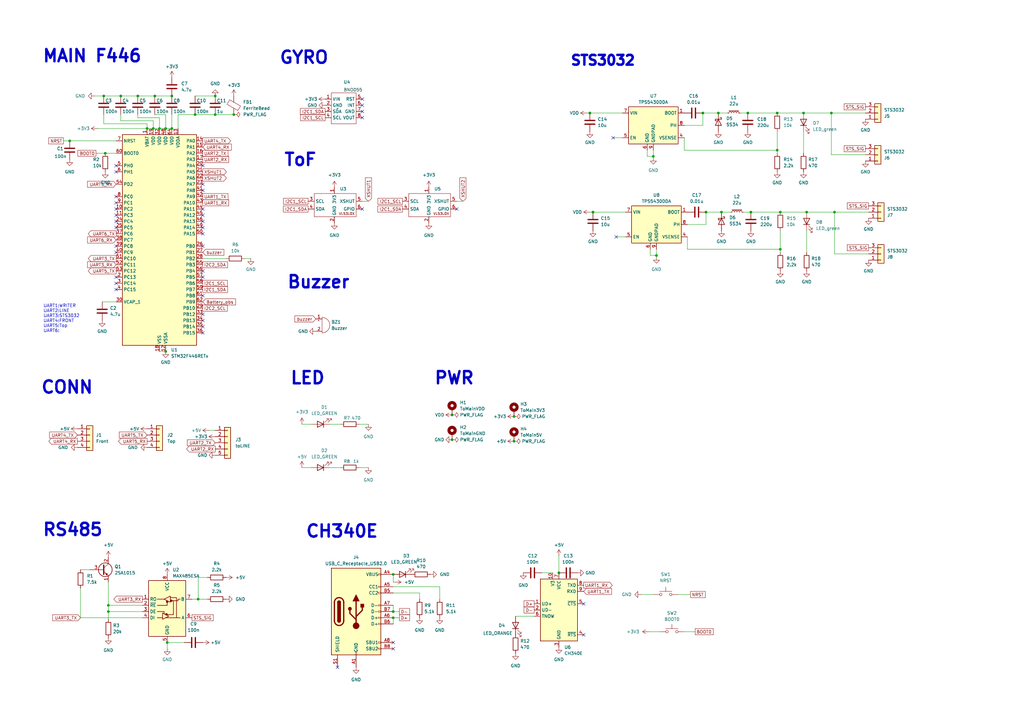
<source format=kicad_sch>
(kicad_sch (version 20230121) (generator eeschema)
  (paper "A3")
  (lib_symbols
    (symbol "BNO055:AE-BNO055-BO"
      (property "Reference" "U" (at -2.54 10.16 0))
      (symbol "AE-BNO055-BO_1_1"
        (text "BNO055" (at 3.81 8.89 0) (effects (font (size 1.27 1.27))))
        (pin passive line (at -7.62 5.08 0) (length 2.54) (name "VIN") (number "1"))
        (pin passive line (at -7.62 2.54 0) (length 2.54) (name "GND") (number "2"))
        (pin passive line (at -7.62 0 0) (length 2.54) (name "SDA") (number "3"))
        (pin passive line (at -7.62 -2.54 0) (length 2.54) (name "SCL") (number "4"))
        (pin passive line (at 7.62 5.08 180) (length 2.54) (name "RST") (number "5"))
        (pin passive line (at 7.62 2.54 180) (length 2.54) (name "INT") (number "6"))
        (pin passive line (at 7.62 0 180) (length 2.54) (name "GND") (number "7"))
        (pin passive line (at 7.62 -2.54 180) (length 2.54) (name "VOUT") (number "8"))
      )
    )
    (symbol "Connector:USB_C_Receptacle_USB2.0" (pin_names (offset 1.016))
      (property "Reference" "J" (at -10.16 19.05 0))
      (property "Value" "USB_C_Receptacle_USB2.0" (at 19.05 19.05 0))
      (symbol "USB_C_Receptacle_USB2.0_1_1"
        (pin passive line (at 0 -22.86 90) (length 5.08) (name "GND") (number "A1"))
        (pin passive line (at 0 -22.86 90) (length 5.08) hide (name "GND") (number "A12"))
        (pin passive line (at 15.24 15.24 180) (length 5.08) (name "VBUS") (number "A4"))
        (pin bidirectional line (at 15.24 10.16 180) (length 5.08) (name "CC1") (number "A5"))
        (pin bidirectional line (at 15.24 -2.54 180) (length 5.08) (name "D+") (number "A6"))
        (pin bidirectional line (at 15.24 2.54 180) (length 5.08) (name "D-") (number "A7"))
        (pin bidirectional line (at 15.24 -12.7 180) (length 5.08) (name "SBU1") (number "A8"))
        (pin passive line (at 15.24 15.24 180) (length 5.08) hide (name "VBUS") (number "A9"))
        (pin passive line (at 0 -22.86 90) (length 5.08) hide (name "GND") (number "B1"))
        (pin passive line (at 0 -22.86 90) (length 5.08) hide (name "GND") (number "B12"))
        (pin passive line (at 15.24 15.24 180) (length 5.08) hide (name "VBUS") (number "B4"))
        (pin bidirectional line (at 15.24 7.62 180) (length 5.08) (name "CC2") (number "B5"))
        (pin bidirectional line (at 15.24 -5.08 180) (length 5.08) (name "D+") (number "B6"))
        (pin bidirectional line (at 15.24 0 180) (length 5.08) (name "D-") (number "B7"))
        (pin bidirectional line (at 15.24 -15.24 180) (length 5.08) (name "SBU2") (number "B8"))
        (pin passive line (at 15.24 15.24 180) (length 5.08) hide (name "VBUS") (number "B9"))
        (pin passive line (at -7.62 -22.86 90) (length 5.08) (name "SHIELD") (number "S1"))
      )
    )
    (symbol "Connector_Generic:Conn_01x03" (pin_names (offset 1.016) hide)
      (property "Reference" "J" (at 0 5.08 0))
      (property "Value" "Conn_01x03" (at 0 -5.08 0))
      (symbol "Conn_01x03_1_1"
        (pin passive line (at -5.08 2.54 0) (length 3.81) (name "Pin_1") (number "1"))
        (pin passive line (at -5.08 0 0) (length 3.81) (name "Pin_2") (number "2"))
        (pin passive line (at -5.08 -2.54 0) (length 3.81) (name "Pin_3") (number "3"))
      )
    )
    (symbol "Connector_Generic:Conn_01x04" (pin_names (offset 1.016) hide)
      (property "Reference" "J" (at 0 5.08 0))
      (property "Value" "Conn_01x04" (at 0 -7.62 0))
      (symbol "Conn_01x04_1_1"
        (pin passive line (at -5.08 2.54 0) (length 3.81) (name "Pin_1") (number "1"))
        (pin passive line (at -5.08 0 0) (length 3.81) (name "Pin_2") (number "2"))
        (pin passive line (at -5.08 -2.54 0) (length 3.81) (name "Pin_3") (number "3"))
        (pin passive line (at -5.08 -5.08 0) (length 3.81) (name "Pin_4") (number "4"))
      )
    )
    (symbol "Connector_Generic:Conn_01x05" (pin_names (offset 1.016) hide)
      (property "Reference" "J" (at 0 7.62 0))
      (property "Value" "Conn_01x05" (at 0 -7.62 0))
      (symbol "Conn_01x05_1_1"
        (pin passive line (at -5.08 5.08 0) (length 3.81) (name "Pin_1") (number "1"))
        (pin passive line (at -5.08 2.54 0) (length 3.81) (name "Pin_2") (number "2"))
        (pin passive line (at -5.08 0 0) (length 3.81) (name "Pin_3") (number "3"))
        (pin passive line (at -5.08 -2.54 0) (length 3.81) (name "Pin_4") (number "4"))
        (pin passive line (at -5.08 -5.08 0) (length 3.81) (name "Pin_5") (number "5"))
      )
    )
    (symbol "Device:Buzzer" (pin_names (offset 0.0254) hide)
      (property "Reference" "BZ" (at 3.81 1.27 0))
      (property "Value" "Buzzer" (at 3.81 -1.27 0))
      (symbol "Buzzer_1_1"
        (pin passive line (at -2.54 2.54 0) (length 2.54) (name "-") (number "1"))
        (pin passive line (at -2.54 -2.54 0) (length 2.54) (name "+") (number "2"))
      )
    )
    (symbol "Device:C" (pin_numbers hide) (pin_names (offset 0.254))
      (property "Reference" "C" (at 0.635 2.54 0))
      (property "Value" "C" (at 0.635 -2.54 0))
      (symbol "C_1_1"
        (pin passive line (at 0 3.81 270) (length 2.794) (name "~") (number "1"))
        (pin passive line (at 0 -3.81 90) (length 2.794) (name "~") (number "2"))
      )
    )
    (symbol "Device:FerriteBead" (pin_numbers hide) (pin_names (offset 0))
      (property "Reference" "FB" (at -3.81 0.635 90))
      (property "Value" "FerriteBead" (at 3.81 0 90))
      (symbol "FerriteBead_1_1"
        (pin passive line (at 0 3.81 270) (length 2.54) (name "~") (number "1"))
        (pin passive line (at 0 -3.81 90) (length 2.54) (name "~") (number "2"))
      )
    )
    (symbol "Device:LED" (pin_numbers hide) (pin_names (offset 1.016) hide)
      (property "Reference" "D" (at 0 2.54 0))
      (property "Value" "LED" (at 0 -2.54 0))
      (symbol "LED_1_1"
        (pin passive line (at -3.81 0 0) (length 2.54) (name "K") (number "1"))
        (pin passive line (at 3.81 0 180) (length 2.54) (name "A") (number "2"))
      )
    )
    (symbol "Device:L_Iron_Small" (pin_numbers hide) (pin_names (offset 0.254) hide)
      (property "Reference" "L" (at 1.27 1.016 0))
      (property "Value" "L_Iron_Small" (at 1.27 -1.27 0))
      (symbol "L_Iron_Small_1_1"
        (pin passive line (at 0 2.54 270) (length 0.508) (name "~") (number "1"))
        (pin passive line (at 0 -2.54 90) (length 0.508) (name "~") (number "2"))
      )
    )
    (symbol "Device:R" (pin_numbers hide) (pin_names (offset 0))
      (property "Reference" "R" (at 2.032 0 90))
      (property "Value" "R" (at 0 0 90))
      (symbol "R_1_1"
        (pin passive line (at 0 3.81 270) (length 1.27) (name "~") (number "1"))
        (pin passive line (at 0 -3.81 90) (length 1.27) (name "~") (number "2"))
      )
    )
    (symbol "Diode:B340" (pin_numbers hide) (pin_names (offset 1.016) hide)
      (property "Reference" "D" (at 0 2.54 0))
      (property "Value" "B340" (at 0 -2.54 0))
      (symbol "B340_1_1"
        (pin passive line (at -3.81 0 0) (length 2.54) (name "K") (number "1"))
        (pin passive line (at 3.81 0 180) (length 2.54) (name "A") (number "2"))
      )
    )
    (symbol "Interface_UART:MAX485E"
      (property "Reference" "U" (at -6.096 11.43 0))
      (property "Value" "MAX485E" (at 0.762 11.43 0))
      (symbol "MAX485E_1_1"
        (pin output line (at -10.16 2.54 0) (length 2.54) (name "RO") (number "1"))
        (pin input line (at -10.16 0 0) (length 2.54) (name "~{RE}") (number "2"))
        (pin input line (at -10.16 -2.54 0) (length 2.54) (name "DE") (number "3"))
        (pin input line (at -10.16 -5.08 0) (length 2.54) (name "DI") (number "4"))
        (pin power_in line (at 0 -15.24 90) (length 2.54) (name "GND") (number "5"))
        (pin bidirectional line (at 10.16 -5.08 180) (length 2.54) (name "A") (number "6"))
        (pin bidirectional line (at 10.16 2.54 180) (length 2.54) (name "B") (number "7"))
        (pin power_in line (at 0 12.7 270) (length 2.54) (name "VCC") (number "8"))
      )
    )
    (symbol "Interface_USB:CH340E"
      (property "Reference" "U" (at -5.08 13.97 0))
      (property "Value" "CH340E" (at 1.27 13.97 0))
      (symbol "CH340E_1_1"
        (pin bidirectional line (at -10.16 2.54 0) (length 2.54) (name "UD+") (number "1"))
        (pin passive line (at -2.54 15.24 270) (length 2.54) (name "V3") (number "10"))
        (pin bidirectional line (at -10.16 0 0) (length 2.54) (name "UD-") (number "2"))
        (pin power_in line (at 0 -15.24 90) (length 2.54) (name "GND") (number "3"))
        (pin output line (at 10.16 -10.16 180) (length 2.54) (name "~{RTS}") (number "4"))
        (pin input line (at 10.16 2.54 180) (length 2.54) (name "~{CTS}") (number "5"))
        (pin output line (at -10.16 -2.54 0) (length 2.54) (name "TNOW") (number "6"))
        (pin power_in line (at 0 15.24 270) (length 2.54) (name "VCC") (number "7"))
        (pin output line (at 10.16 10.16 180) (length 2.54) (name "TXD") (number "8"))
        (pin input line (at 10.16 7.62 180) (length 2.54) (name "RXD") (number "9"))
      )
    )
    (symbol "MCU_ST_STM32F4:STM32F446RETx"
      (property "Reference" "U" (at -15.24 44.45 0))
      (property "Value" "STM32F446RETx" (at 10.16 44.45 0))
      (symbol "STM32F446RETx_1_1"
        (pin power_in line (at -5.08 45.72 270) (length 2.54) (name "VBAT") (number "1"))
        (pin bidirectional line (at -17.78 12.7 0) (length 2.54) (name "PC2") (number "10"))
        (pin bidirectional line (at -17.78 10.16 0) (length 2.54) (name "PC3") (number "11"))
        (pin power_in line (at 2.54 -45.72 90) (length 2.54) (name "VSSA") (number "12"))
        (pin power_in line (at 7.62 45.72 270) (length 2.54) (name "VDDA") (number "13"))
        (pin bidirectional line (at 17.78 40.64 180) (length 2.54) (name "PA0") (number "14"))
        (pin bidirectional line (at 17.78 38.1 180) (length 2.54) (name "PA1") (number "15"))
        (pin bidirectional line (at 17.78 35.56 180) (length 2.54) (name "PA2") (number "16"))
        (pin bidirectional line (at 17.78 33.02 180) (length 2.54) (name "PA3") (number "17"))
        (pin power_in line (at 0 -45.72 90) (length 2.54) (name "VSS") (number "18"))
        (pin power_in line (at -2.54 45.72 270) (length 2.54) (name "VDD") (number "19"))
        (pin bidirectional line (at -17.78 -15.24 0) (length 2.54) (name "PC13") (number "2"))
        (pin bidirectional line (at 17.78 30.48 180) (length 2.54) (name "PA4") (number "20"))
        (pin bidirectional line (at 17.78 27.94 180) (length 2.54) (name "PA5") (number "21"))
        (pin bidirectional line (at 17.78 25.4 180) (length 2.54) (name "PA6") (number "22"))
        (pin bidirectional line (at 17.78 22.86 180) (length 2.54) (name "PA7") (number "23"))
        (pin bidirectional line (at -17.78 7.62 0) (length 2.54) (name "PC4") (number "24"))
        (pin bidirectional line (at -17.78 5.08 0) (length 2.54) (name "PC5") (number "25"))
        (pin bidirectional line (at 17.78 -2.54 180) (length 2.54) (name "PB0") (number "26"))
        (pin bidirectional line (at 17.78 -5.08 180) (length 2.54) (name "PB1") (number "27"))
        (pin bidirectional line (at 17.78 -7.62 180) (length 2.54) (name "PB2") (number "28"))
        (pin bidirectional line (at 17.78 -27.94 180) (length 2.54) (name "PB10") (number "29"))
        (pin bidirectional line (at -17.78 -17.78 0) (length 2.54) (name "PC14") (number "3"))
        (pin power_out line (at -17.78 -25.4 0) (length 2.54) (name "VCAP_1") (number "30"))
        (pin passive line (at 0 -45.72 90) (length 2.54) hide (name "VSS") (number "31"))
        (pin power_in line (at 0 45.72 270) (length 2.54) (name "VDD") (number "32"))
        (pin bidirectional line (at 17.78 -30.48 180) (length 2.54) (name "PB12") (number "33"))
        (pin bidirectional line (at 17.78 -33.02 180) (length 2.54) (name "PB13") (number "34"))
        (pin bidirectional line (at 17.78 -35.56 180) (length 2.54) (name "PB14") (number "35"))
        (pin bidirectional line (at 17.78 -38.1 180) (length 2.54) (name "PB15") (number "36"))
        (pin bidirectional line (at -17.78 2.54 0) (length 2.54) (name "PC6") (number "37"))
        (pin bidirectional line (at -17.78 0 0) (length 2.54) (name "PC7") (number "38"))
        (pin bidirectional line (at -17.78 -2.54 0) (length 2.54) (name "PC8") (number "39"))
        (pin bidirectional line (at -17.78 -20.32 0) (length 2.54) (name "PC15") (number "4"))
        (pin bidirectional line (at -17.78 -5.08 0) (length 2.54) (name "PC9") (number "40"))
        (pin bidirectional line (at 17.78 20.32 180) (length 2.54) (name "PA8") (number "41"))
        (pin bidirectional line (at 17.78 17.78 180) (length 2.54) (name "PA9") (number "42"))
        (pin bidirectional line (at 17.78 15.24 180) (length 2.54) (name "PA10") (number "43"))
        (pin bidirectional line (at 17.78 12.7 180) (length 2.54) (name "PA11") (number "44"))
        (pin bidirectional line (at 17.78 10.16 180) (length 2.54) (name "PA12") (number "45"))
        (pin bidirectional line (at 17.78 7.62 180) (length 2.54) (name "PA13") (number "46"))
        (pin passive line (at 0 -45.72 90) (length 2.54) hide (name "VSS") (number "47"))
        (pin power_in line (at 2.54 45.72 270) (length 2.54) (name "VDD") (number "48"))
        (pin bidirectional line (at 17.78 5.08 180) (length 2.54) (name "PA14") (number "49"))
        (pin bidirectional line (at -17.78 30.48 0) (length 2.54) (name "PH0") (number "5"))
        (pin bidirectional line (at 17.78 2.54 180) (length 2.54) (name "PA15") (number "50"))
        (pin bidirectional line (at -17.78 -7.62 0) (length 2.54) (name "PC10") (number "51"))
        (pin bidirectional line (at -17.78 -10.16 0) (length 2.54) (name "PC11") (number "52"))
        (pin bidirectional line (at -17.78 -12.7 0) (length 2.54) (name "PC12") (number "53"))
        (pin bidirectional line (at -17.78 22.86 0) (length 2.54) (name "PD2") (number "54"))
        (pin bidirectional line (at 17.78 -10.16 180) (length 2.54) (name "PB3") (number "55"))
        (pin bidirectional line (at 17.78 -12.7 180) (length 2.54) (name "PB4") (number "56"))
        (pin bidirectional line (at 17.78 -15.24 180) (length 2.54) (name "PB5") (number "57"))
        (pin bidirectional line (at 17.78 -17.78 180) (length 2.54) (name "PB6") (number "58"))
        (pin bidirectional line (at 17.78 -20.32 180) (length 2.54) (name "PB7") (number "59"))
        (pin bidirectional line (at -17.78 27.94 0) (length 2.54) (name "PH1") (number "6"))
        (pin input line (at -17.78 35.56 0) (length 2.54) (name "BOOT0") (number "60"))
        (pin bidirectional line (at 17.78 -22.86 180) (length 2.54) (name "PB8") (number "61"))
        (pin bidirectional line (at 17.78 -25.4 180) (length 2.54) (name "PB9") (number "62"))
        (pin passive line (at 0 -45.72 90) (length 2.54) hide (name "VSS") (number "63"))
        (pin power_in line (at 5.08 45.72 270) (length 2.54) (name "VDD") (number "64"))
        (pin input line (at -17.78 40.64 0) (length 2.54) (name "NRST") (number "7"))
        (pin bidirectional line (at -17.78 17.78 0) (length 2.54) (name "PC0") (number "8"))
        (pin bidirectional line (at -17.78 15.24 0) (length 2.54) (name "PC1") (number "9"))
      )
    )
    (symbol "Mechanical:MountingHole_Pad" (pin_numbers hide) (pin_names (offset 1.016) hide)
      (property "Reference" "H" (at 0 6.35 0))
      (property "Value" "MountingHole_Pad" (at 0 4.445 0))
      (symbol "MountingHole_Pad_1_1"
        (pin input line (at 0 -2.54 90) (length 2.54) (name "1") (number "1"))
      )
    )
    (symbol "Regulator_Switching:TPS5430DDA"
      (property "Reference" "U" (at -10.16 8.89 0))
      (property "Value" "TPS5430DDA" (at -1.27 8.89 0))
      (symbol "TPS5430DDA_1_1"
        (pin input line (at 12.7 5.08 180) (length 2.54) (name "BOOT") (number "1"))
        (pin no_connect line (at -10.16 2.54 0) (length 2.54) hide (name "NC") (number "2"))
        (pin no_connect line (at -10.16 -2.54 0) (length 2.54) hide (name "NC") (number "3"))
        (pin input line (at 12.7 -5.08 180) (length 2.54) (name "VSENSE") (number "4"))
        (pin input line (at -12.7 -5.08 0) (length 2.54) (name "EN") (number "5"))
        (pin power_in line (at -2.54 -10.16 90) (length 2.54) (name "GND") (number "6"))
        (pin power_in line (at -12.7 5.08 0) (length 2.54) (name "VIN") (number "7"))
        (pin output line (at 12.7 0 180) (length 2.54) (name "PH") (number "8"))
        (pin power_in line (at 0 -10.16 90) (length 2.54) (name "GNDPAD") (number "9"))
      )
    )
    (symbol "Switch:SW_Push" (pin_numbers hide) (pin_names (offset 1.016) hide)
      (property "Reference" "SW" (at 1.27 2.54 0))
      (property "Value" "SW_Push" (at 0 -1.524 0))
      (symbol "SW_Push_0_1"
        (pin passive line (at -5.08 0 0) (length 2.54) (name "1") (number "1"))
        (pin passive line (at 5.08 0 180) (length 2.54) (name "2") (number "2"))
      )
    )
    (symbol "Transistor_BJT:2SA1015" (pin_names (offset 0) hide)
      (property "Reference" "Q" (at 5.08 1.905 0))
      (property "Value" "2SA1015" (at 5.08 0 0))
      (symbol "2SA1015_1_1"
        (pin passive line (at 2.54 -5.08 90) (length 2.54) (name "E") (number "1"))
        (pin passive line (at 2.54 5.08 270) (length 2.54) (name "C") (number "2"))
        (pin input line (at -5.08 0 0) (length 5.08) (name "B") (number "3"))
      )
    )
    (symbol "power:+3V3" (power) (pin_names (offset 0))
      (property "Value" "+3V3" (at 0 3.556 0))
      (symbol "+3V3_1_1"
        (pin power_in line (at 0 0 90) (length 0) hide (name "+3V3") (number "1"))
      )
    )
    (symbol "power:+5V" (power) (pin_names (offset 0))
      (property "Value" "+5V" (at 0 3.556 0))
      (symbol "+5V_1_1"
        (pin power_in line (at 0 0 90) (length 0) hide (name "+5V") (number "1"))
      )
    )
    (symbol "power:GND" (power) (pin_names (offset 0))
      (property "Value" "GND" (at 0 -3.81 0))
      (symbol "GND_1_1"
        (pin power_in line (at 0 0 270) (length 0) hide (name "GND") (number "1"))
      )
    )
    (symbol "power:PWR_FLAG" (power) (pin_numbers hide) (pin_names (offset 0) hide)
      (property "Value" "PWR_FLAG" (at 0 3.81 0))
      (symbol "PWR_FLAG_0_0"
        (pin power_out line (at 0 0 90) (length 0) (name "pwr") (number "1"))
      )
    )
    (symbol "power:VDD" (power) (pin_names (offset 0))
      (property "Value" "VDD" (at 0 3.81 0))
      (symbol "VDD_1_1"
        (pin power_in line (at 0 0 90) (length 0) hide (name "VDD") (number "1"))
      )
    )
    (symbol "tuton_module:vl53l0x_module"
      (property "Reference" "U" (at 4.445 10.795 0))
      (symbol "vl53l0x_module_1_1"
        (text "VL53L0X" (at 5.08 1.27 0) (effects (font (size 1.016 1.016))))
        (pin power_in line (at 0 12.065 270) (length 2.54) (name "3V3") (number "1"))
        (pin power_in line (at 0 -2.54 90) (length 2.54) (name "GND") (number "2"))
        (pin passive line (at -10.795 6.35 0) (length 2.54) (name "SCL") (number "3"))
        (pin passive line (at -10.795 3.175 0) (length 2.54) (name "SDA") (number "4"))
        (pin passive line (at 11.43 6.35 180) (length 2.54) (name "XSHUT") (number "5"))
        (pin passive line (at 11.43 3.175 180) (length 2.54) (name "GPIO") (number "6"))
      )
    )
  )
  (junction (at 42.545 39.37))
  (junction (at 60.325 52.705))
  (junction (at 288.29 46.355))
  (junction (at 289.56 86.995))
  (junction (at 161.29 253.365))
  (junction (at 67.945 52.705))
  (junction (at 295.91 86.995))
  (junction (at 329.565 46.355))
  (junction (at 49.53 39.37))
  (junction (at 330.835 86.995))
  (junction (at 307.975 86.995))
  (junction (at 340.995 46.355))
  (junction (at 65.405 52.705))
  (junction (at 229.235 234.95))
  (junction (at 161.29 235.585))
  (junction (at 210.82 170.815))
  (junction (at 56.515 39.37))
  (junction (at 320.04 102.235))
  (junction (at 44.45 248.285))
  (junction (at 68.58 263.525))
  (junction (at 43.18 62.865))
  (junction (at 269.24 104.775))
  (junction (at 294.64 46.355))
  (junction (at 95.885 46.99))
  (junction (at 241.935 46.355))
  (junction (at 70.485 52.705))
  (junction (at 185.42 170.18))
  (junction (at 318.77 61.595))
  (junction (at 161.29 250.825))
  (junction (at 62.865 52.705))
  (junction (at 63.5 39.37))
  (junction (at 306.705 46.355))
  (junction (at 88.265 46.99))
  (junction (at 320.04 86.995))
  (junction (at 210.82 180.975))
  (junction (at 80.01 46.99))
  (junction (at 243.205 86.995))
  (junction (at 342.265 86.995))
  (junction (at 67.945 144.145))
  (junction (at 267.97 64.135))
  (junction (at 70.485 39.37))
  (junction (at 28.575 57.785))
  (junction (at 88.265 39.37))
  (junction (at 81.28 245.745))
  (junction (at 44.45 250.825))
  (junction (at 185.42 180.34))
  (junction (at 318.77 46.355))
  (no_connect (at 161.29 266.065))
  (no_connect (at 47.625 83.185))
  (no_connect (at 83.185 90.805))
  (no_connect (at 83.185 133.985))
  (no_connect (at 47.625 90.805))
  (no_connect (at 148.59 43.18))
  (no_connect (at 161.29 263.525))
  (no_connect (at 148.59 40.64))
  (no_connect (at 47.625 80.645))
  (no_connect (at 148.59 45.72))
  (no_connect (at 83.185 67.945))
  (no_connect (at 83.185 131.445))
  (no_connect (at 47.625 88.265))
  (no_connect (at 83.185 88.265))
  (no_connect (at 83.185 100.965))
  (no_connect (at 187.325 85.725))
  (no_connect (at 83.185 121.285))
  (no_connect (at 83.185 85.725))
  (no_connect (at 239.395 247.65))
  (no_connect (at 47.625 85.725))
  (no_connect (at 47.625 118.745))
  (no_connect (at 138.43 273.685))
  (no_connect (at 83.185 93.345))
  (no_connect (at 47.625 113.665))
  (no_connect (at 83.185 111.125))
  (no_connect (at 148.59 48.26))
  (no_connect (at 83.185 75.565))
  (no_connect (at 252.73 97.155))
  (no_connect (at 83.185 113.665))
  (no_connect (at 47.625 93.345))
  (no_connect (at 83.185 95.885))
  (no_connect (at 251.46 56.515))
  (no_connect (at 83.185 128.905))
  (no_connect (at 47.625 100.965))
  (no_connect (at 148.59 85.725))
  (no_connect (at 239.395 260.35))
  (no_connect (at 47.625 70.485))
  (no_connect (at 47.625 67.945))
  (no_connect (at 83.185 78.105))
  (no_connect (at 83.185 136.525))
  (no_connect (at 47.625 103.505))
  (no_connect (at 47.625 116.205))
  (wire (pts (xy 280.67 51.435) (xy 288.29 51.435)))
  (wire (pts (xy 252.73 97.155) (xy 256.54 97.155)))
  (wire (pts (xy 303.53 46.355) (xy 306.705 46.355)))
  (wire (pts (xy 161.29 243.205) (xy 172.085 243.205)))
  (wire (pts (xy 320.04 94.615) (xy 320.04 102.235)))
  (wire (pts (xy 100.33 106.045) (xy 102.87 106.045)))
  (wire (pts (xy 68.58 266.065) (xy 68.58 263.525)))
  (wire (pts (xy 85.725 176.53) (xy 88.265 176.53)))
  (wire (pts (xy 161.29 250.825) (xy 163.83 250.825)))
  (wire (pts (xy 85.09 236.855) (xy 81.28 236.855)))
  (wire (pts (xy 38.735 39.37) (xy 42.545 39.37)))
  (wire (pts (xy 73.025 46.99) (xy 80.01 46.99)))
  (wire (pts (xy 33.02 253.365) (xy 33.02 241.3)))
  (wire (pts (xy 251.46 56.515) (xy 255.27 56.515)))
  (wire (pts (xy 161.29 248.285) (xy 161.29 250.825)))
  (wire (pts (xy 304.8 86.995) (xy 307.975 86.995)))
  (wire (pts (xy 240.665 46.355) (xy 241.935 46.355)))
  (wire (pts (xy 56.515 46.99) (xy 56.515 48.26)))
  (wire (pts (xy 139.7 191.77) (xy 135.255 191.77)))
  (wire (pts (xy 222.25 234.95) (xy 226.695 234.95)))
  (wire (pts (xy 281.94 102.235) (xy 320.04 102.235)))
  (wire (pts (xy 127.635 173.99) (xy 123.825 173.99)))
  (wire (pts (xy 44.45 248.285) (xy 58.42 248.285)))
  (wire (pts (xy 288.29 46.355) (xy 294.64 46.355)))
  (wire (pts (xy 307.975 86.995) (xy 320.04 86.995)))
  (wire (pts (xy 340.995 46.355) (xy 354.965 46.355)))
  (wire (pts (xy 289.56 92.075) (xy 289.56 86.995)))
  (wire (pts (xy 342.265 86.995) (xy 356.235 86.995)))
  (wire (pts (xy 63.5 39.37) (xy 70.485 39.37)))
  (wire (pts (xy 269.24 104.775) (xy 269.24 105.41)))
  (wire (pts (xy 139.7 173.99) (xy 135.255 173.99)))
  (wire (pts (xy 42.545 50.8) (xy 60.325 50.8)))
  (wire (pts (xy 161.29 253.365) (xy 163.83 253.365)))
  (wire (pts (xy 211.455 252.73) (xy 219.075 252.73)))
  (wire (pts (xy 266.7 102.235) (xy 266.7 104.775)))
  (wire (pts (xy 42.545 39.37) (xy 49.53 39.37)))
  (wire (pts (xy 172.085 243.205) (xy 172.085 245.745)))
  (wire (pts (xy 83.185 106.045) (xy 92.71 106.045)))
  (wire (pts (xy 265.43 64.135) (xy 267.97 64.135)))
  (wire (pts (xy 41.91 123.825) (xy 47.625 123.825)))
  (wire (pts (xy 80.01 39.37) (xy 88.265 39.37)))
  (wire (pts (xy 42.545 46.99) (xy 42.545 50.8)))
  (wire (pts (xy 67.945 46.99) (xy 67.945 52.705)))
  (wire (pts (xy 340.995 46.355) (xy 340.995 63.5)))
  (wire (pts (xy 40.005 52.705) (xy 60.325 52.705)))
  (wire (pts (xy 81.28 236.855) (xy 81.28 245.745)))
  (wire (pts (xy 330.835 86.995) (xy 342.265 86.995)))
  (wire (pts (xy 281.94 92.075) (xy 289.56 92.075)))
  (wire (pts (xy 49.53 46.99) (xy 49.53 49.53)))
  (wire (pts (xy 329.565 46.355) (xy 340.995 46.355)))
  (wire (pts (xy 151.13 82.55) (xy 148.59 82.55)))
  (wire (pts (xy 229.235 227.965) (xy 229.235 234.95)))
  (wire (pts (xy 161.925 238.76) (xy 161.29 238.76)))
  (wire (pts (xy 318.77 61.595) (xy 318.77 62.865)))
  (wire (pts (xy 39.37 62.865) (xy 43.18 62.865)))
  (wire (pts (xy 280.67 61.595) (xy 318.77 61.595)))
  (wire (pts (xy 44.45 250.825) (xy 58.42 250.825)))
  (wire (pts (xy 241.935 86.995) (xy 243.205 86.995)))
  (wire (pts (xy 78.74 245.745) (xy 81.28 245.745)))
  (wire (pts (xy 266.065 259.08) (xy 270.51 259.08)))
  (wire (pts (xy 289.56 86.995) (xy 295.91 86.995)))
  (wire (pts (xy 306.705 46.355) (xy 318.77 46.355)))
  (wire (pts (xy 161.29 253.365) (xy 161.29 255.905)))
  (wire (pts (xy 262.89 243.84) (xy 267.97 243.84)))
  (wire (pts (xy 265.43 61.595) (xy 265.43 64.135)))
  (wire (pts (xy 33.02 253.365) (xy 58.42 253.365)))
  (wire (pts (xy 295.91 86.995) (xy 299.72 86.995)))
  (wire (pts (xy 340.995 63.5) (xy 354.965 63.5)))
  (wire (pts (xy 73.025 52.705) (xy 73.025 46.99)))
  (wire (pts (xy 280.67 259.08) (xy 285.115 259.08)))
  (wire (pts (xy 241.935 46.355) (xy 255.27 46.355)))
  (wire (pts (xy 318.77 53.975) (xy 318.77 61.595)))
  (wire (pts (xy 180.34 240.665) (xy 161.29 240.665)))
  (wire (pts (xy 65.405 48.26) (xy 65.405 52.705)))
  (wire (pts (xy 26.035 57.785) (xy 28.575 57.785)))
  (wire (pts (xy 56.515 48.26) (xy 65.405 48.26)))
  (wire (pts (xy 44.45 238.76) (xy 44.45 248.285)))
  (wire (pts (xy 81.28 245.745) (xy 85.09 245.745)))
  (wire (pts (xy 62.865 52.705) (xy 65.405 52.705)))
  (wire (pts (xy 60.325 50.8) (xy 60.325 52.705)))
  (wire (pts (xy 161.29 238.76) (xy 161.29 235.585)))
  (wire (pts (xy 180.34 245.745) (xy 180.34 240.665)))
  (wire (pts (xy 28.575 57.785) (xy 47.625 57.785)))
  (wire (pts (xy 330.835 103.505) (xy 330.835 94.615)))
  (wire (pts (xy 243.205 86.995) (xy 256.54 86.995)))
  (wire (pts (xy 266.7 104.775) (xy 269.24 104.775)))
  (wire (pts (xy 33.02 233.68) (xy 36.83 233.68)))
  (wire (pts (xy 294.64 46.355) (xy 298.45 46.355)))
  (wire (pts (xy 189.865 82.55) (xy 187.325 82.55)))
  (wire (pts (xy 80.01 46.99) (xy 88.265 46.99)))
  (wire (pts (xy 70.485 46.99) (xy 70.485 52.705)))
  (wire (pts (xy 43.18 62.865) (xy 47.625 62.865)))
  (wire (pts (xy 151.13 173.99) (xy 147.32 173.99)))
  (wire (pts (xy 68.58 263.525) (xy 75.565 263.525)))
  (wire (pts (xy 320.04 86.995) (xy 330.835 86.995)))
  (wire (pts (xy 49.53 49.53) (xy 62.865 49.53)))
  (wire (pts (xy 342.265 86.995) (xy 342.265 104.14)))
  (wire (pts (xy 329.565 62.865) (xy 329.565 53.975)))
  (wire (pts (xy 267.97 61.595) (xy 267.97 64.135)))
  (wire (pts (xy 44.45 250.825) (xy 44.45 254)))
  (wire (pts (xy 320.04 102.235) (xy 320.04 103.505)))
  (wire (pts (xy 318.77 46.355) (xy 329.565 46.355)))
  (wire (pts (xy 151.13 191.77) (xy 147.32 191.77)))
  (wire (pts (xy 342.265 104.14) (xy 356.235 104.14)))
  (wire (pts (xy 281.94 102.235) (xy 281.94 97.155)))
  (wire (pts (xy 44.45 248.285) (xy 44.45 250.825)))
  (wire (pts (xy 88.265 46.99) (xy 95.885 46.99)))
  (wire (pts (xy 288.29 51.435) (xy 288.29 46.355)))
  (wire (pts (xy 49.53 39.37) (xy 56.515 39.37)))
  (wire (pts (xy 67.945 52.705) (xy 70.485 52.705)))
  (wire (pts (xy 280.67 61.595) (xy 280.67 56.515)))
  (wire (pts (xy 56.515 39.37) (xy 63.5 39.37)))
  (wire (pts (xy 65.405 144.145) (xy 67.945 144.145)))
  (wire (pts (xy 60.325 52.705) (xy 62.865 52.705)))
  (wire (pts (xy 269.24 102.235) (xy 269.24 104.775)))
  (wire (pts (xy 267.97 64.135) (xy 267.97 64.77)))
  (wire (pts (xy 65.405 52.705) (xy 67.945 52.705)))
  (wire (pts (xy 278.13 243.84) (xy 283.21 243.84)))
  (wire (pts (xy 127.635 191.77) (xy 123.825 191.77)))
  (wire (pts (xy 62.865 49.53) (xy 62.865 52.705)))
  (wire (pts (xy 63.5 46.99) (xy 67.945 46.99)))
  (text "STS3032\n" (at 233.68 27.305 0) (effects (font (size 4 4) (thickness 2) bold) (justify left bottom)))
  (text "Buzzer\n" (at 117.475 118.745 0) (effects (font (size 5 5) (thickness 1) bold) (justify left bottom)))
  (text "MAIN F446\n" (at 17.145 26.035 0) (effects (font (size 5 5) (thickness 1) bold) (justify left bottom)))
  (text "UART1:WRITER\nUART2:LINE\nUART3:STS3032\nUART4:FRONT\nUART5:Top\nUART6:" (at 17.78 136.525 0) (effects (font (size 1.27 1.27)) (justify left bottom)))
  (text "ToF" (at 116.205 68.58 0) (effects (font (size 5 5) (thickness 1) bold) (justify left bottom)))
  (text "CONN\n" (at 16.51 161.925 0) (effects (font (size 5 5) (thickness 1) bold) (justify left bottom)))
  (text "GYRO\n" (at 114.3 26.67 0) (effects (font (size 5 5) (thickness 1) bold) (justify left bottom)))
  (text "CH340E\n" (at 125.095 220.98 0) (effects (font (size 5 5) (thickness 1) bold) (justify left bottom)))
  (text "RS485\n" (at 17.145 220.345 0) (effects (font (size 5 5) (thickness 1) bold) (justify left bottom)))
  (text "PWR" (at 177.8 158.115 0) (effects (font (size 5 5) (thickness 1) bold) (justify left bottom)))
  (text "LED" (at 118.745 158.115 0) (effects (font (size 5 5) (thickness 1) bold) (justify left bottom)))
  (global_label "UART1_RX" (shape passive) (at 83.185 83.185 0) (property "Intersheetrefs" "${INTERSHEET_REFS}" (effects hide)))
  (global_label "UART2_TX" (shape passive) (at 83.185 62.865 0) (property "Intersheetrefs" "${INTERSHEET_REFS}" (effects hide)))
  (global_label "UART1_RX" (shape output) (at 239.395 240.03 0) (property "Intersheetrefs" "${INTERSHEET_REFS}" (effects hide)))
  (global_label "STS_SIG" (shape passive) (at 354.965 60.96 180) (property "Intersheetrefs" "${INTERSHEET_REFS}" (effects hide)))
  (global_label "STS_SIG" (shape passive) (at 78.74 253.365 0) (property "Intersheetrefs" "${INTERSHEET_REFS}" (effects hide)))
  (global_label "XSHUT1" (shape input) (at 151.13 82.55 90) (property "Intersheetrefs" "${INTERSHEET_REFS}" (effects hide)))
  (global_label "I2C1_SDA" (shape passive) (at 83.185 118.745 0) (property "Intersheetrefs" "${INTERSHEET_REFS}" (effects hide)))
  (global_label "UART1_TX" (shape passive) (at 83.185 80.645 0) (property "Intersheetrefs" "${INTERSHEET_REFS}" (effects hide)))
  (global_label "NRST" (shape passive) (at 283.21 243.84 0) (property "Intersheetrefs" "${INTERSHEET_REFS}" (effects hide)))
  (global_label "UART3_RX" (shape input) (at 47.625 108.585 180) (property "Intersheetrefs" "${INTERSHEET_REFS}" (effects hide)))
  (global_label "UART5_RX" (shape input) (at 47.625 75.565 180) (property "Intersheetrefs" "${INTERSHEET_REFS}" (effects hide)))
  (global_label "STS_SIG" (shape passive) (at 354.965 43.815 180) (property "Intersheetrefs" "${INTERSHEET_REFS}" (effects hide)))
  (global_label "I2C2_SDA" (shape passive) (at 83.185 108.585 0) (property "Intersheetrefs" "${INTERSHEET_REFS}" (effects hide)))
  (global_label "I2C1_SDA" (shape passive) (at 126.365 85.725 180) (property "Intersheetrefs" "${INTERSHEET_REFS}" (effects hide)))
  (global_label "I2C1_SDA" (shape passive) (at 133.35 45.72 180) (property "Intersheetrefs" "${INTERSHEET_REFS}" (effects hide)))
  (global_label "I2C1_SCL" (shape passive) (at 126.365 82.55 180) (property "Intersheetrefs" "${INTERSHEET_REFS}" (effects hide)))
  (global_label "UART5_RX" (shape output) (at 60.325 180.975 180) (property "Intersheetrefs" "${INTERSHEET_REFS}" (effects hide)))
  (global_label "UART3_TX" (shape input) (at 33.02 253.365 180) (property "Intersheetrefs" "${INTERSHEET_REFS}" (effects hide)))
  (global_label "D+" (shape passive) (at 219.075 247.65 180) (property "Intersheetrefs" "${INTERSHEET_REFS}" (effects hide)))
  (global_label "D-" (shape passive) (at 219.075 250.19 180) (property "Intersheetrefs" "${INTERSHEET_REFS}" (effects hide)))
  (global_label "UART2_RX" (shape passive) (at 83.185 65.405 0) (property "Intersheetrefs" "${INTERSHEET_REFS}" (effects hide)))
  (global_label "UART5_TX" (shape input) (at 60.325 178.435 180) (property "Intersheetrefs" "${INTERSHEET_REFS}" (effects hide)))
  (global_label "UART6_TX" (shape output) (at 47.625 95.885 180) (property "Intersheetrefs" "${INTERSHEET_REFS}" (effects hide)))
  (global_label "UART4_RX" (shape output) (at 31.75 180.975 180) (property "Intersheetrefs" "${INTERSHEET_REFS}" (effects hide)))
  (global_label "buzzer" (shape input) (at 129.54 130.81 180) (property "Intersheetrefs" "${INTERSHEET_REFS}" (effects hide)))
  (global_label "I2C1_SCL" (shape passive) (at 83.185 116.205 0) (property "Intersheetrefs" "${INTERSHEET_REFS}" (effects hide)))
  (global_label "UART4_TX" (shape output) (at 83.185 57.785 0) (property "Intersheetrefs" "${INTERSHEET_REFS}" (effects hide)))
  (global_label "UART5_TX" (shape output) (at 47.625 111.125 180) (property "Intersheetrefs" "${INTERSHEET_REFS}" (effects hide)))
  (global_label "XSHUT2" (shape input) (at 189.865 82.55 90) (property "Intersheetrefs" "${INTERSHEET_REFS}" (effects hide)))
  (global_label "UART2_TX" (shape input) (at 88.265 181.61 180) (property "Intersheetrefs" "${INTERSHEET_REFS}" (effects hide)))
  (global_label "D+" (shape passive) (at 163.83 253.365 0) (property "Intersheetrefs" "${INTERSHEET_REFS}" (effects hide)))
  (global_label "D-" (shape passive) (at 163.83 250.825 0) (property "Intersheetrefs" "${INTERSHEET_REFS}" (effects hide)))
  (global_label "BOOT0" (shape passive) (at 39.37 62.865 180) (property "Intersheetrefs" "${INTERSHEET_REFS}" (effects hide)))
  (global_label "UART4_TX" (shape input) (at 31.75 178.435 180) (property "Intersheetrefs" "${INTERSHEET_REFS}" (effects hide)))
  (global_label "buzzer" (shape input) (at 83.185 103.505 0) (property "Intersheetrefs" "${INTERSHEET_REFS}" (effects hide)))
  (global_label "STS_SIG" (shape passive) (at 356.235 101.6 180) (property "Intersheetrefs" "${INTERSHEET_REFS}" (effects hide)))
  (global_label "UART3_TX" (shape output) (at 47.625 106.045 180) (property "Intersheetrefs" "${INTERSHEET_REFS}" (effects hide)))
  (global_label "UART3_RX" (shape output) (at 58.42 245.745 180) (property "Intersheetrefs" "${INTERSHEET_REFS}" (effects hide)))
  (global_label "XSHUT2" (shape output) (at 83.185 73.025 0) (property "Intersheetrefs" "${INTERSHEET_REFS}" (effects hide)))
  (global_label "I2C1_SCL" (shape passive) (at 165.1 82.55 180) (property "Intersheetrefs" "${INTERSHEET_REFS}" (effects hide)))
  (global_label "UART4_RX" (shape input) (at 83.185 60.325 0) (property "Intersheetrefs" "${INTERSHEET_REFS}" (effects hide)))
  (global_label "UART6_RX" (shape input) (at 47.625 98.425 180) (property "Intersheetrefs" "${INTERSHEET_REFS}" (effects hide)))
  (global_label "BOOT0" (shape passive) (at 285.115 259.08 0) (property "Intersheetrefs" "${INTERSHEET_REFS}" (effects hide)))
  (global_label "I2C2_SCL" (shape passive) (at 83.185 126.365 0) (property "Intersheetrefs" "${INTERSHEET_REFS}" (effects hide)))
  (global_label "Battery_obs" (shape input) (at 83.185 123.825 0) (property "Intersheetrefs" "${INTERSHEET_REFS}" (effects hide)))
  (global_label "STS_SIG" (shape passive) (at 356.235 84.455 180) (property "Intersheetrefs" "${INTERSHEET_REFS}" (effects hide)))
  (global_label "I2C1_SDA" (shape passive) (at 165.1 85.725 180) (property "Intersheetrefs" "${INTERSHEET_REFS}" (effects hide)))
  (global_label "I2C1_SCL" (shape passive) (at 133.35 48.26 180) (property "Intersheetrefs" "${INTERSHEET_REFS}" (effects hide)))
  (global_label "UART1_TX" (shape input) (at 239.395 242.57 0) (property "Intersheetrefs" "${INTERSHEET_REFS}" (effects hide)))
  (global_label "NRST" (shape passive) (at 26.035 57.785 180) (property "Intersheetrefs" "${INTERSHEET_REFS}" (effects hide)))
  (global_label "XSHUT1" (shape output) (at 83.185 70.485 0) (property "Intersheetrefs" "${INTERSHEET_REFS}" (effects hide)))
  (global_label "UART2_RX" (shape output) (at 88.265 184.15 180) (property "Intersheetrefs" "${INTERSHEET_REFS}" (effects hide)))
  (symbol (lib_id "Connector_Generic:Conn_01x04") (at 36.83 178.435 0) (unit 1)
    (property "Reference" "J1" (at 39.37 178.435 0) (effects (justify left)))
    (property "Value" "Front" (at 39.37 180.975 0) (effects (justify left)))
    (property "Footprint" "Connector_JST:JST_XH_B4B-XH-A_1x04_P2.50mm_Vertical" (effects hide))
  )
  (symbol (lib_id "power:+5V") (at 44.45 228.6 0) (unit 1)
    (property "Reference" "#PWR08" (effects hide))
    (property "Value" "+5V" (at 44.45 223.52 0))
  )
  (symbol (lib_id "Device:Buzzer") (at 132.08 133.35 0) (unit 1)
    (property "Reference" "BZ1" (at 135.89 132.08 0) (effects (justify left)))
    (property "Value" "Buzzer" (at 135.89 134.62 0) (effects (justify left)))
    (property "Footprint" "Buzzer_Beeper:Buzzer_15x7.5RM7.6" (effects hide))
  )
  (symbol (lib_id "power:GND") (at 68.58 266.065 0) (unit 1)
    (property "Reference" "#PWR014" (effects hide))
    (property "Value" "GND" (at 68.58 270.51 0))
  )
  (symbol (lib_id "power:+3V3") (at 70.485 31.75 0) (unit 1)
    (property "Reference" "#PWR015" (effects hide))
    (property "Value" "+3V3" (at 70.485 27.305 0))
  )
  (symbol (lib_id "Device:R") (at 96.52 106.045 90) (unit 1)
    (property "Reference" "R6" (at 96.52 100.33 90))
    (property "Value" "10k" (at 96.52 102.87 90))
    (property "Footprint" "Resistor_SMD:R_0603_1608Metric" (effects hide))
    (property "LCSC" "C25804" (effects hide))
  )
  (symbol (lib_id "Connector_Generic:Conn_01x03") (at 360.045 63.5 0) (mirror x) (unit 1)
    (property "Reference" "J6" (at 362.585 64.77 0) (effects (justify left)))
    (property "Value" "STS3032" (at 362.585 62.23 0) (effects (justify left)))
    (property "Footprint" "Connector_Molex:Molex_SPOX_5267-03A_1x03_P2.50mm_Vertical" (effects hide))
  )
  (symbol (lib_id "Transistor_BJT:2SA1015") (at 41.91 233.68 0) (unit 1)
    (property "Reference" "Q1" (at 46.99 232.41 0) (effects (justify left)))
    (property "Value" "2SA1015" (at 46.99 234.95 0) (effects (justify left)))
    (property "Footprint" "Package_TO_SOT_THT:TO-92_Inline" (effects hide))
    (property "Datasheet" "http://www.datasheetcatalog.org/datasheet/toshiba/905.pdf" (effects hide))
  )
  (symbol (lib_id "power:GND") (at 151.13 173.99 0) (unit 1)
    (property "Reference" "#PWR033" (effects hide))
    (property "Value" "GND" (at 151.13 179.07 0))
  )
  (symbol (lib_id "Connector_Generic:Conn_01x04") (at 65.405 178.435 0) (unit 1)
    (property "Reference" "J2" (at 68.58 178.435 0) (effects (justify left)))
    (property "Value" "Top" (at 68.58 180.975 0) (effects (justify left)))
    (property "Footprint" "Connector_JST:JST_XH_B4B-XH-A_1x04_P2.50mm_Vertical" (effects hide))
  )
  (symbol (lib_id "Device:R") (at 320.04 107.315 0) (unit 1)
    (property "Reference" "R16" (at 322.58 106.045 0) (effects (justify left)))
    (property "Value" "2.2k" (at 322.58 108.585 0) (effects (justify left)))
    (property "Footprint" "Resistor_SMD:R_0603_1608Metric" (effects hide))
    (property "LCSC" "C4190" (effects hide))
  )
  (symbol (lib_id "Device:C") (at 49.53 43.18 0) (unit 1)
    (property "Reference" "C4" (at 50.165 41.275 0) (effects (justify left)))
    (property "Value" "100n" (at 50.165 45.72 0) (effects (justify left)))
    (property "Footprint" "Capacitor_SMD:C_0402_1005Metric" (effects hide))
    (property "LCSC" "C1525" (effects hide))
  )
  (symbol (lib_id "power:GND") (at 38.735 39.37 270) (unit 1)
    (property "Reference" "#PWR04" (effects hide))
    (property "Value" "GND" (at 34.925 39.37 90) (effects (justify right)))
  )
  (symbol (lib_id "Device:C") (at 243.205 90.805 0) (unit 1)
    (property "Reference" "C15" (at 246.38 89.535 0) (effects (justify left)))
    (property "Value" "10u" (at 246.38 92.075 0) (effects (justify left)))
    (property "Footprint" "Capacitor_SMD:C_0805_2012Metric" (effects hide))
    (property "LCSC" "C15850" (effects hide))
  )
  (symbol (lib_id "power:GND") (at 318.77 70.485 0) (unit 1)
    (property "Reference" "#PWR062" (effects hide))
    (property "Value" "GND" (at 318.77 74.93 0))
  )
  (symbol (lib_id "power:+3V3") (at 266.065 259.08 90) (unit 1)
    (property "Reference" "#PWR053" (effects hide))
    (property "Value" "+3V3" (at 262.255 259.08 90) (effects (justify left)))
  )
  (symbol (lib_id "Device:L_Iron_Small") (at 302.26 86.995 90) (unit 1)
    (property "Reference" "L2" (at 302.26 80.645 90))
    (property "Value" "22u" (at 302.26 83.185 90))
    (property "Footprint" "LCSC:FXL1040-220-M" (effects hide))
    (property "LCSC" "C475917" (effects hide))
  )
  (symbol (lib_id "power:+5V") (at 60.325 175.895 90) (unit 1)
    (property "Reference" "#PWR010" (effects hide))
    (property "Value" "+5V" (at 57.15 175.895 90) (effects (justify left)))
  )
  (symbol (lib_id "power:GND") (at 295.91 94.615 0) (unit 1)
    (property "Reference" "#PWR059" (effects hide))
    (property "Value" "GND" (at 295.91 99.06 0))
  )
  (symbol (lib_id "Interface_UART:MAX485E") (at 68.58 248.285 0) (unit 1)
    (property "Reference" "U2" (at 70.7741 233.68 0) (effects (justify left)))
    (property "Value" "MAX485ESA" (at 70.7741 236.22 0) (effects (justify left)))
    (property "Footprint" "Package_SO:SOP-8_3.9x4.9mm_P1.27mm" (effects hide))
    (property "Datasheet" "https://datasheets.maximintegrated.com/en/ds/MAX1487E-MAX491E.pdf" (effects hide))
    (property "LCSC" "C668206" (effects hide))
  )
  (symbol (lib_id "Diode:B340") (at 294.64 50.165 270) (unit 1)
    (property "Reference" "D5" (at 297.815 48.5775 90) (effects (justify left)))
    (property "Value" "SS34" (at 297.815 51.1175 90) (effects (justify left)))
    (property "Footprint" "Diode_SMD:D_SMA" (effects hide))
    (property "Datasheet" "http://www.jameco.com/Jameco/Products/ProdDS/1538777.pdf" (effects hide))
    (property "LCSC" "C8678" (effects hide))
  )
  (symbol (lib_id "power:+5V") (at 229.235 227.965 0) (unit 1)
    (property "Reference" "#PWR043" (effects hide))
    (property "Value" "+5V" (at 229.235 223.52 0))
  )
  (symbol (lib_id "Device:R") (at 172.085 249.555 180) (unit 1)
    (property "Reference" "R9" (at 173.99 248.285 0) (effects (justify right)))
    (property "Value" "5.1k" (at 173.99 250.825 0) (effects (justify right)))
    (property "Footprint" "Resistor_SMD:R_0805_2012Metric" (effects hide))
    (property "LCSC" "C27834" (effects hide))
  )
  (symbol (lib_id "power:GND") (at 229.235 265.43 0) (unit 1)
    (property "Reference" "#PWR044" (effects hide))
    (property "Value" "GND" (at 229.235 270.51 0))
  )
  (symbol (lib_id "power:GND") (at 146.05 273.685 0) (unit 1)
    (property "Reference" "#PWR032" (effects hide))
    (property "Value" "GND" (at 146.05 278.765 0))
  )
  (symbol (lib_id "Device:LED") (at 211.455 256.54 90) (unit 1)
    (property "Reference" "D4" (at 204.47 256.54 90) (effects (justify right)))
    (property "Value" "LED_ORANGE" (at 198.12 259.715 90) (effects (justify right)))
    (property "Footprint" "LED_SMD:LED_0805_2012Metric" (effects hide))
    (property "LCSC" "C2296" (effects hide))
  )
  (symbol (lib_id "Device:R") (at 88.9 236.855 270) (unit 1)
    (property "Reference" "R4" (at 88.9 231.14 90))
    (property "Value" "2.2k" (at 88.9 233.68 90))
    (property "Footprint" "Resistor_SMD:R_0603_1608Metric" (effects hide))
    (property "LCSC" "C4190" (effects hide))
  )
  (symbol (lib_id "tuton_module:vl53l0x_module") (at 137.16 88.9 0) (unit 1)
    (property "Reference" "U3" (at 139.3541 77.47 0) (effects (justify left)))
    (property "Value" "~" (at 137.16 88.9 0))
    (property "Footprint" "tuton:vl53l0x_vertical" (effects hide))
  )
  (symbol (lib_id "power:GND") (at 129.54 135.89 270) (unit 1)
    (property "Reference" "#PWR027" (effects hide))
    (property "Value" "GND" (at 126.365 135.89 90) (effects (justify right)))
  )
  (symbol (lib_id "power:+5V") (at 161.925 238.76 270) (unit 1)
    (property "Reference" "#PWR035" (effects hide))
    (property "Value" "+5V" (at 165.735 238.76 90) (effects (justify left)))
  )
  (symbol (lib_id "power:GND") (at 88.265 186.69 270) (unit 1)
    (property "Reference" "#PWR020" (effects hide))
    (property "Value" "GND" (at 85.09 186.69 90) (effects (justify right)))
  )
  (symbol (lib_id "Device:R") (at 143.51 191.77 270) (unit 1)
    (property "Reference" "R8" (at 142.24 189.23 90))
    (property "Value" "1k" (at 146.05 189.23 90))
    (property "Footprint" "Resistor_SMD:R_0805_2012Metric" (effects hide))
    (property "LCSC" "C17513" (effects hide))
  )
  (symbol (lib_id "Device:C") (at 307.975 90.805 0) (unit 1)
    (property "Reference" "C19" (at 311.785 89.535 0) (effects (justify left)))
    (property "Value" "220u" (at 311.785 92.075 0) (effects (justify left)))
    (property "Footprint" "Capacitor_THT:CP_Radial_D6.3mm_P2.50mm" (effects hide))
  )
  (symbol (lib_id "Interface_USB:CH340E") (at 229.235 250.19 0) (unit 1)
    (property "Reference" "U6" (at 231.4291 265.43 0) (effects (justify left)))
    (property "Value" "CH340E" (at 231.4291 267.97 0) (effects (justify left)))
    (property "Footprint" "Package_SO:MSOP-10_3x3mm_P0.5mm" (effects hide))
    (property "Datasheet" "https://www.mpja.com/download/35227cpdata.pdf" (effects hide))
    (property "LCSC" "C99652" (effects hide))
  )
  (symbol (lib_id "Device:C") (at 218.44 234.95 90) (unit 1)
    (property "Reference" "C12" (at 218.44 227.965 90))
    (property "Value" "100n" (at 218.44 230.505 90))
    (property "Footprint" "Capacitor_SMD:C_0402_1005Metric" (effects hide))
    (property "LCSC" "C1525" (effects hide))
  )
  (symbol (lib_id "power:PWR_FLAG") (at 185.42 170.18 270) (unit 1)
    (property "Reference" "#FLG02" (effects hide))
    (property "Value" "PWR_FLAG" (at 188.595 170.18 90) (effects (justify left)))
  )
  (symbol (lib_id "power:VDD") (at 240.665 46.355 90) (unit 1)
    (property "Reference" "#PWR046" (effects hide))
    (property "Value" "VDD" (at 237.49 46.355 90) (effects (justify left)))
  )
  (symbol (lib_id "MCU_ST_STM32F4:STM32F446RETx") (at 65.405 98.425 0) (unit 1)
    (property "Reference" "U1" (at 70.1391 143.51 0) (effects (justify left)))
    (property "Value" "STM32F446RETx" (at 70.1391 146.05 0) (effects (justify left)))
    (property "Footprint" "Package_QFP:LQFP-64_10x10mm_P0.5mm" (effects hide))
    (property "Datasheet" "https://www.st.com/resource/en/datasheet/stm32f446re.pdf" (effects hide))
    (property "LCSC" "C69336" (effects hide))
  )
  (symbol (lib_id "power:+3V3") (at 133.35 40.64 90) (unit 1)
    (property "Reference" "#PWR028" (effects hide))
    (property "Value" "+3V3" (at 130.175 40.64 90) (effects (justify left)))
  )
  (symbol (lib_id "power:+5V") (at 31.75 175.895 90) (unit 1)
    (property "Reference" "#PWR02" (effects hide))
    (property "Value" "+5V" (at 28.575 175.895 90) (effects (justify left)))
  )
  (symbol (lib_id "Diode:B340") (at 295.91 90.805 270) (unit 1)
    (property "Reference" "D6" (at 299.085 89.2175 90) (effects (justify left)))
    (property "Value" "SS34" (at 299.085 91.7575 90) (effects (justify left)))
    (property "Footprint" "Diode_SMD:D_SMA" (effects hide))
    (property "Datasheet" "http://www.jameco.com/Jameco/Products/ProdDS/1538777.pdf" (effects hide))
    (property "LCSC" "C8678" (effects hide))
  )
  (symbol (lib_id "Device:LED") (at 330.835 90.805 90) (unit 1)
    (property "Reference" "D8" (at 334.645 91.1225 90) (effects (justify right)))
    (property "Value" "LED_green" (at 334.645 93.6625 90) (effects (justify right)))
    (property "Footprint" "LED_SMD:LED_0805_2012Metric" (effects hide))
    (property "LCSC" "C2297" (effects hide))
  )
  (symbol (lib_id "Device:C") (at 88.265 43.18 0) (unit 1)
    (property "Reference" "C11" (at 88.9 41.275 0) (effects (justify left)))
    (property "Value" "1u" (at 88.9 45.72 0) (effects (justify left)))
    (property "Footprint" "Capacitor_SMD:C_0402_1005Metric" (effects hide))
    (property "LCSC" "C52923" (effects hide))
  )
  (symbol (lib_id "Device:R") (at 318.77 66.675 0) (unit 1)
    (property "Reference" "R14" (at 321.31 65.405 0) (effects (justify left)))
    (property "Value" "2.2k" (at 321.31 67.945 0) (effects (justify left)))
    (property "Footprint" "Resistor_SMD:R_0603_1608Metric" (effects hide))
    (property "LCSC" "C4190" (effects hide))
  )
  (symbol (lib_id "Device:C") (at 41.91 127.635 0) (unit 1)
    (property "Reference" "C2" (at 45.085 126.365 0) (effects (justify left)))
    (property "Value" "4.7u" (at 45.085 128.905 0) (effects (justify left)))
    (property "Footprint" "Capacitor_SMD:C_0402_1005Metric" (effects hide))
    (property "LCSC" "C23733" (effects hide))
  )
  (symbol (lib_id "power:GND") (at 269.24 105.41 0) (unit 1)
    (property "Reference" "#PWR055" (effects hide))
    (property "Value" "GND" (at 269.24 110.49 0))
  )
  (symbol (lib_id "power:GND") (at 41.91 131.445 0) (unit 1)
    (property "Reference" "#PWR06" (effects hide))
    (property "Value" "GND" (at 41.91 135.89 0))
  )
  (symbol (lib_id "power:PWR_FLAG") (at 185.42 180.34 270) (unit 1)
    (property "Reference" "#FLG03" (effects hide))
    (property "Value" "PWR_FLAG" (at 188.595 180.34 90) (effects (justify left)))
  )
  (symbol (lib_id "power:+5V") (at 210.82 180.975 90) (unit 1)
    (property "Reference" "#PWR057" (effects hide))
    (property "Value" "+5V" (at 207.645 180.975 90) (effects (justify left)))
  )
  (symbol (lib_id "Device:R") (at 33.02 237.49 0) (unit 1)
    (property "Reference" "R1" (at 35.56 236.22 0) (effects (justify left)))
    (property "Value" "7.5k" (at 35.56 238.76 0) (effects (justify left)))
    (property "Footprint" "Resistor_SMD:R_0603_1608Metric" (effects hide))
    (property "LCSC" "C23234" (effects hide))
  )
  (symbol (lib_id "power:+3V3") (at 123.825 173.99 0) (unit 1)
    (property "Reference" "#PWR025" (effects hide))
    (property "Value" "+3V3" (at 123.825 168.91 0))
  )
  (symbol (lib_id "power:PWR_FLAG") (at 95.885 46.99 270) (unit 1)
    (property "Reference" "#FLG01" (effects hide))
    (property "Value" "PWR_FLAG" (at 99.695 46.99 90) (effects (justify left)))
  )
  (symbol (lib_id "power:GND") (at 151.13 191.77 0) (unit 1)
    (property "Reference" "#PWR034" (effects hide))
    (property "Value" "GND" (at 151.13 196.85 0))
  )
  (symbol (lib_id "Mechanical:MountingHole_Pad") (at 210.82 168.275 0) (unit 1)
    (property "Reference" "H3" (at 213.36 165.735 0) (effects (justify left)))
    (property "Value" "ToMain3V3" (at 213.36 168.275 0) (effects (justify left)))
    (property "Footprint" "MountingHole:MountingHole_3.2mm_M3_Pad_Via" (effects hide))
  )
  (symbol (lib_id "Device:R") (at 88.9 245.745 270) (unit 1)
    (property "Reference" "R5" (at 88.9 240.03 90))
    (property "Value" "2.2k" (at 88.9 242.57 90))
    (property "Footprint" "Resistor_SMD:R_0603_1608Metric" (effects hide))
    (property "LCSC" "C4190" (effects hide))
  )
  (symbol (lib_id "Device:R") (at 43.18 66.675 0) (unit 1)
    (property "Reference" "R2" (at 38.1 65.405 0) (effects (justify left)))
    (property "Value" "10k" (at 38.1 67.945 0) (effects (justify left)))
    (property "Footprint" "Resistor_SMD:R_0603_1608Metric" (effects hide))
    (property "LCSC" "C25804" (effects hide))
  )
  (symbol (lib_id "Device:R") (at 320.04 90.805 0) (unit 1)
    (property "Reference" "R15" (at 322.58 89.535 0) (effects (justify left)))
    (property "Value" "10k" (at 322.58 92.075 0) (effects (justify left)))
    (property "Footprint" "Resistor_SMD:R_0603_1608Metric" (effects hide))
    (property "LCSC" "C25804" (effects hide))
  )
  (symbol (lib_id "Device:C") (at 56.515 43.18 0) (unit 1)
    (property "Reference" "C5" (at 57.15 41.275 0) (effects (justify left)))
    (property "Value" "100n" (at 57.15 45.72 0) (effects (justify left)))
    (property "Footprint" "Capacitor_SMD:C_0402_1005Metric" (effects hide))
    (property "LCSC" "C1525" (effects hide))
  )
  (symbol (lib_id "Device:C") (at 284.48 46.355 90) (unit 1)
    (property "Reference" "C16" (at 284.48 39.37 90))
    (property "Value" "0.01u" (at 284.48 41.91 90))
    (property "Footprint" "Capacitor_SMD:C_0603_1608Metric" (effects hide))
    (property "LCSC" "C57112" (effects hide))
  )
  (symbol (lib_id "power:+5V") (at 68.58 235.585 0) (unit 1)
    (property "Reference" "#PWR013" (effects hide))
    (property "Value" "+5V" (at 68.58 231.14 0))
  )
  (symbol (lib_id "Device:LED") (at 131.445 191.77 180) (unit 1)
    (property "Reference" "D2" (at 133.0325 184.785 0))
    (property "Value" "LED_GREEN" (at 133.0325 187.325 0))
    (property "Footprint" "LED_SMD:LED_0805_2012Metric" (effects hide))
    (property "LCSC" "C2297" (effects hide))
  )
  (symbol (lib_id "power:GND") (at 329.565 70.485 0) (unit 1)
    (property "Reference" "#PWR064" (effects hide))
    (property "Value" "GND" (at 329.565 74.93 0))
  )
  (symbol (lib_id "Device:R") (at 44.45 257.81 0) (unit 1)
    (property "Reference" "R3" (at 46.355 256.54 0) (effects (justify left)))
    (property "Value" "20k" (at 46.355 259.08 0) (effects (justify left)))
    (property "Footprint" "Resistor_SMD:R_0603_1608Metric" (effects hide))
    (property "LCSC" "C4184" (effects hide))
  )
  (symbol (lib_id "Device:FerriteBead") (at 95.885 43.18 0) (unit 1)
    (property "Reference" "FB1" (at 99.695 41.8592 0) (effects (justify left)))
    (property "Value" "FerriteBead" (at 99.695 44.3992 0) (effects (justify left)))
    (property "Footprint" "Resistor_SMD:R_0805_2012Metric" (effects hide))
    (property "LCSC" "C1015" (effects hide))
  )
  (symbol (lib_id "power:GND") (at 267.97 64.77 0) (unit 1)
    (property "Reference" "#PWR054" (effects hide))
    (property "Value" "GND" (at 267.97 69.85 0))
  )
  (symbol (lib_id "Connector_Generic:Conn_01x03") (at 361.315 86.995 0) (mirror x) (unit 1)
    (property "Reference" "J7" (at 363.855 88.265 0) (effects (justify left)))
    (property "Value" "STS3032" (at 363.855 85.725 0) (effects (justify left)))
    (property "Footprint" "Connector_Molex:Molex_SPOX_5267-03A_1x03_P2.50mm_Vertical" (effects hide))
  )
  (symbol (lib_id "power:GND") (at 60.325 183.515 270) (unit 1)
    (property "Reference" "#PWR011" (effects hide))
    (property "Value" "GND" (at 56.515 183.515 90) (effects (justify right)))
  )
  (symbol (lib_id "Device:C") (at 63.5 43.18 0) (unit 1)
    (property "Reference" "C6" (at 64.135 41.275 0) (effects (justify left)))
    (property "Value" "100n" (at 64.135 45.72 0) (effects (justify left)))
    (property "Footprint" "Capacitor_SMD:C_0402_1005Metric" (effects hide))
    (property "LCSC" "C1525" (effects hide))
  )
  (symbol (lib_id "power:GND") (at 306.705 53.975 0) (unit 1)
    (property "Reference" "#PWR060" (effects hide))
    (property "Value" "GND" (at 306.705 58.42 0))
  )
  (symbol (lib_id "power:GND") (at 294.64 53.975 0) (unit 1)
    (property "Reference" "#PWR058" (effects hide))
    (property "Value" "GND" (at 294.64 58.42 0))
  )
  (symbol (lib_id "power:GND") (at 185.42 180.34 270) (unit 1)
    (property "Reference" "#PWR051" (effects hide))
    (property "Value" "GND" (at 182.245 180.34 90) (effects (justify right)))
  )
  (symbol (lib_id "Device:R") (at 330.835 107.315 0) (unit 1)
    (property "Reference" "R18" (at 332.74 106.045 0) (effects (justify left)))
    (property "Value" "470" (at 332.74 108.585 0) (effects (justify left)))
    (property "Footprint" "Resistor_SMD:R_0603_1608Metric" (effects hide))
    (property "LCSC" "C23179" (effects hide))
  )
  (symbol (lib_id "power:PWR_FLAG") (at 210.82 180.975 270) (unit 1)
    (property "Reference" "#FLG05" (effects hide))
    (property "Value" "PWR_FLAG" (at 213.995 180.975 90) (effects (justify left)))
  )
  (symbol (lib_id "power:GND") (at 92.71 245.745 90) (unit 1)
    (property "Reference" "#PWR022" (effects hide))
    (property "Value" "GND" (at 96.52 245.745 90) (effects (justify right)))
  )
  (symbol (lib_id "power:GND") (at 330.835 111.125 0) (unit 1)
    (property "Reference" "#PWR065" (effects hide))
    (property "Value" "GND" (at 330.835 115.57 0))
  )
  (symbol (lib_id "power:+3V3") (at 137.16 76.835 0) (unit 1)
    (property "Reference" "#PWR030" (effects hide))
    (property "Value" "+3V3" (at 137.16 71.755 0))
  )
  (symbol (lib_id "power:GND") (at 243.205 94.615 0) (unit 1)
    (property "Reference" "#PWR049" (effects hide))
    (property "Value" "GND" (at 243.205 99.06 0))
  )
  (symbol (lib_id "BNO055:AE-BNO055-BO") (at 140.97 45.72 0) (unit 1)
    (property "Reference" "U4" (at 142.2805 33.655 0))
    (property "Value" "~" (at 138.43 44.45 0))
    (property "Footprint" "Akiduki:BNO055" (effects hide))
  )
  (symbol (lib_id "power:GND") (at 211.455 267.97 0) (unit 1)
    (property "Reference" "#PWR041" (effects hide))
    (property "Value" "GND" (at 211.455 273.05 0))
  )
  (symbol (lib_id "power:GND") (at 28.575 65.405 0) (unit 1)
    (property "Reference" "#PWR01" (effects hide))
    (property "Value" "GND" (at 28.575 70.485 0))
  )
  (symbol (lib_id "Device:C") (at 70.485 35.56 0) (unit 1)
    (property "Reference" "C7" (at 74.295 34.29 0) (effects (justify left)))
    (property "Value" "4.7u" (at 74.295 36.83 0) (effects (justify left)))
    (property "Footprint" "Capacitor_SMD:C_0402_1005Metric" (effects hide))
    (property "LCSC" "C23733" (effects hide))
  )
  (symbol (lib_id "power:GND") (at 102.87 106.045 0) (unit 1)
    (property "Reference" "#PWR024" (effects hide))
    (property "Value" "GND" (at 102.87 110.49 0))
  )
  (symbol (lib_id "Device:C") (at 306.705 50.165 0) (unit 1)
    (property "Reference" "C18" (at 310.515 48.895 0) (effects (justify left)))
    (property "Value" "220u" (at 310.515 51.435 0) (effects (justify left)))
    (property "Footprint" "Capacitor_THT:CP_Radial_D6.3mm_P2.50mm" (effects hide))
  )
  (symbol (lib_id "power:GND") (at 354.965 66.04 0) (unit 1)
    (property "Reference" "#PWR067" (effects hide))
    (property "Value" "GND" (at 354.965 70.485 0))
  )
  (symbol (lib_id "Device:C") (at 233.045 234.95 90) (unit 1)
    (property "Reference" "C13" (at 233.045 227.965 90))
    (property "Value" "100n" (at 233.045 230.505 90))
    (property "Footprint" "Capacitor_SMD:C_0402_1005Metric" (effects hide))
    (property "LCSC" "C1525" (effects hide))
  )
  (symbol (lib_id "tuton_module:vl53l0x_module") (at 175.895 88.9 0) (unit 1)
    (property "Reference" "U5" (at 178.0891 77.47 0) (effects (justify left)))
    (property "Value" "~" (at 175.895 88.9 0))
    (property "Footprint" "tuton:vl53l0x_vertical" (effects hide))
  )
  (symbol (lib_id "Device:C") (at 285.75 86.995 90) (unit 1)
    (property "Reference" "C17" (at 285.75 80.01 90))
    (property "Value" "0.01u" (at 285.75 82.55 90))
    (property "Footprint" "Capacitor_SMD:C_0603_1608Metric" (effects hide))
    (property "LCSC" "C57112" (effects hide))
  )
  (symbol (lib_id "power:GND") (at 133.35 43.18 270) (unit 1)
    (property "Reference" "#PWR029" (effects hide))
    (property "Value" "GND" (at 130.175 43.18 90) (effects (justify right)))
  )
  (symbol (lib_id "power:GND") (at 241.935 53.975 0) (unit 1)
    (property "Reference" "#PWR047" (effects hide))
    (property "Value" "GND" (at 241.935 58.42 0))
  )
  (symbol (lib_id "power:VDD") (at 185.42 170.18 90) (unit 1)
    (property "Reference" "#PWR050" (effects hide))
    (property "Value" "VDD" (at 182.245 170.18 90) (effects (justify left)))
  )
  (symbol (lib_id "Device:LED") (at 165.1 235.585 180) (unit 1)
    (property "Reference" "D3" (at 166.6875 227.965 0))
    (property "Value" "LED_GREEN" (at 165.735 230.505 0))
    (property "Footprint" "LED_SMD:LED_0805_2012Metric" (effects hide))
    (property "LCSC" "C2297" (effects hide))
  )
  (symbol (lib_id "Device:R") (at 318.77 50.165 0) (unit 1)
    (property "Reference" "R13" (at 321.31 48.895 0) (effects (justify left)))
    (property "Value" "10k" (at 321.31 51.435 0) (effects (justify left)))
    (property "Footprint" "Resistor_SMD:R_0603_1608Metric" (effects hide))
    (property "LCSC" "C25804" (effects hide))
  )
  (symbol (lib_id "power:GND") (at 354.965 48.895 0) (unit 1)
    (property "Reference" "#PWR066" (effects hide))
    (property "Value" "GND" (at 354.965 53.34 0))
  )
  (symbol (lib_id "Device:C") (at 28.575 61.595 180) (unit 1)
    (property "Reference" "C1" (at 26.035 60.96 0) (effects (justify left)))
    (property "Value" "100n" (at 27.305 64.135 0) (effects (justify left)))
    (property "Footprint" "Capacitor_SMD:C_0402_1005Metric" (effects hide))
    (property "LCSC" "C1525" (effects hide))
  )
  (symbol (lib_id "Device:C") (at 70.485 43.18 0) (unit 1)
    (property "Reference" "C8" (at 71.12 41.275 0) (effects (justify left)))
    (property "Value" "100n" (at 71.12 45.72 0) (effects (justify left)))
    (property "Footprint" "Capacitor_SMD:C_0402_1005Metric" (effects hide))
    (property "LCSC" "C1525" (effects hide))
  )
  (symbol (lib_id "power:+5V") (at 83.185 263.525 270) (unit 1)
    (property "Reference" "#PWR016" (effects hide))
    (property "Value" "+5V" (at 86.36 263.525 90) (effects (justify left)))
  )
  (symbol (lib_id "power:GND") (at 262.89 243.84 270) (unit 1)
    (property "Reference" "#PWR052" (effects hide))
    (property "Value" "GND" (at 259.08 243.84 90) (effects (justify right)))
  )
  (symbol (lib_id "Device:LED") (at 329.565 50.165 90) (unit 1)
    (property "Reference" "D7" (at 333.375 50.4825 90) (effects (justify right)))
    (property "Value" "LED_green" (at 333.375 53.0225 90) (effects (justify right)))
    (property "Footprint" "LED_SMD:LED_0805_2012Metric" (effects hide))
    (property "LCSC" "C2297" (effects hide))
  )
  (symbol (lib_id "power:GND") (at 236.855 234.95 90) (unit 1)
    (property "Reference" "#PWR045" (effects hide))
    (property "Value" "GND" (at 240.03 234.95 90) (effects (justify right)))
  )
  (symbol (lib_id "Switch:SW_Push") (at 273.05 243.84 0) (unit 1)
    (property "Reference" "SW1" (at 273.05 235.585 0))
    (property "Value" "NRST" (at 273.05 238.125 0))
    (property "Footprint" "Akiduki:THBP07-043Cx" (effects hide))
  )
  (symbol (lib_id "Connector_Generic:Conn_01x05") (at 93.345 181.61 0) (unit 1)
    (property "Reference" "J3" (at 96.52 180.34 0) (effects (justify left)))
    (property "Value" "toLINE" (at 96.52 182.88 0) (effects (justify left)))
    (property "Footprint" "Connector_JST:JST_XH_B5B-XH-A_1x05_P2.50mm_Vertical" (effects hide))
  )
  (symbol (lib_id "Device:R") (at 180.34 249.555 180) (unit 1)
    (property "Reference" "R11" (at 182.88 248.285 0) (effects (justify right)))
    (property "Value" "5.1k" (at 182.88 250.825 0) (effects (justify right)))
    (property "Footprint" "Resistor_SMD:R_0805_2012Metric" (effects hide))
    (property "LCSC" "C27834" (effects hide))
  )
  (symbol (lib_id "power:GND") (at 44.45 261.62 0) (unit 1)
    (property "Reference" "#PWR09" (effects hide))
    (property "Value" "GND" (at 44.45 266.7 0))
  )
  (symbol (lib_id "power:+5V") (at 92.71 236.855 270) (unit 1)
    (property "Reference" "#PWR021" (effects hide))
    (property "Value" "+5V" (at 96.52 236.855 90) (effects (justify left)))
  )
  (symbol (lib_id "power:GND") (at 137.16 91.44 0) (unit 1)
    (property "Reference" "#PWR031" (effects hide))
    (property "Value" "GND" (at 137.16 96.52 0))
  )
  (symbol (lib_id "power:+3V3") (at 95.885 39.37 0) (unit 1)
    (property "Reference" "#PWR023" (effects hide))
    (property "Value" "+3V3" (at 95.885 34.925 0))
  )
  (symbol (lib_id "power:+3V3") (at 175.895 76.835 0) (unit 1)
    (property "Reference" "#PWR037" (effects hide))
    (property "Value" "+3V3" (at 175.895 71.755 0))
  )
  (symbol (lib_id "Device:L_Iron_Small") (at 300.99 46.355 90) (unit 1)
    (property "Reference" "L1" (at 300.99 40.005 90))
    (property "Value" "22u" (at 300.99 42.545 90))
    (property "Footprint" "LCSC:FXL1040-220-M" (effects hide))
    (property "LCSC" "C475917" (effects hide))
  )
  (symbol (lib_id "Mechanical:MountingHole_Pad") (at 185.42 167.64 0) (unit 1)
    (property "Reference" "H1" (at 188.595 165.1 0) (effects (justify left)))
    (property "Value" "ToMainVDD" (at 188.595 167.64 0) (effects (justify left)))
    (property "Footprint" "MountingHole:MountingHole_3.2mm_M3_Pad_Via" (effects hide))
  )
  (symbol (lib_id "power:+3V3") (at 210.82 170.815 90) (unit 1)
    (property "Reference" "#PWR056" (effects hide))
    (property "Value" "+3V3" (at 207.645 170.815 90) (effects (justify left)))
  )
  (symbol (lib_id "Device:C") (at 80.01 43.18 0) (unit 1)
    (property "Reference" "C10" (at 80.645 41.275 0) (effects (justify left)))
    (property "Value" "100n" (at 80.645 45.72 0) (effects (justify left)))
    (property "Footprint" "Capacitor_SMD:C_0402_1005Metric" (effects hide))
    (property "LCSC" "C1525" (effects hide))
  )
  (symbol (lib_id "power:GND") (at 320.04 111.125 0) (unit 1)
    (property "Reference" "#PWR063" (effects hide))
    (property "Value" "GND" (at 320.04 115.57 0))
  )
  (symbol (lib_id "power:GND") (at 31.75 183.515 270) (unit 1)
    (property "Reference" "#PWR03" (effects hide))
    (property "Value" "GND" (at 27.94 183.515 90) (effects (justify right)))
  )
  (symbol (lib_id "power:GND") (at 172.085 253.365 0) (unit 1)
    (property "Reference" "#PWR036" (effects hide))
    (property "Value" "GND" (at 172.085 258.445 0))
  )
  (symbol (lib_id "power:GND") (at 43.18 70.485 0) (unit 1)
    (property "Reference" "#PWR07" (effects hide))
    (property "Value" "GND" (at 41.275 74.93 0) (effects (justify left)))
  )
  (symbol (lib_id "Regulator_Switching:TPS5430DDA") (at 269.24 92.075 0) (unit 1)
    (property "Reference" "U8" (at 269.24 80.01 0))
    (property "Value" "TPS5430DDA" (at 269.24 82.55 0))
    (property "Footprint" "Package_SO:TI_SO-PowerPAD-8_ThermalVias" (effects hide))
    (property "Datasheet" "http://www.ti.com/lit/ds/symlink/tps5430.pdf" (effects hide))
    (property "LCSC" "C9864" (effects hide))
  )
  (symbol (lib_id "Device:R") (at 143.51 173.99 270) (unit 1)
    (property "Reference" "R7" (at 142.24 171.45 90))
    (property "Value" "470" (at 146.05 171.45 90))
    (property "Footprint" "Resistor_SMD:R_0603_1608Metric" (effects hide))
    (property "LCSC" "C23179" (effects hide))
  )
  (symbol (lib_id "Switch:SW_Push") (at 275.59 259.08 0) (unit 1)
    (property "Reference" "SW2" (at 275.59 251.46 0))
    (property "Value" "BOOT0" (at 275.59 254 0))
    (property "Footprint" "Akiduki:THBP07-043Cx" (effects hide))
  )
  (symbol (lib_id "power:+5V") (at 123.825 191.77 0) (unit 1)
    (property "Reference" "#PWR026" (effects hide))
    (property "Value" "+5V" (at 123.825 187.325 0))
  )
  (symbol (lib_id "Device:C") (at 241.935 50.165 0) (unit 1)
    (property "Reference" "C14" (at 245.11 48.895 0) (effects (justify left)))
    (property "Value" "10u" (at 245.11 51.435 0) (effects (justify left)))
    (property "Footprint" "Capacitor_SMD:C_0805_2012Metric" (effects hide))
    (property "LCSC" "C15850" (effects hide))
  )
  (symbol (lib_id "power:+3V3") (at 88.265 179.07 90) (unit 1)
    (property "Reference" "#PWR019" (effects hide))
    (property "Value" "+3V3" (at 85.09 179.07 90) (effects (justify left)))
  )
  (symbol (lib_id "Connector_Generic:Conn_01x03") (at 361.315 104.14 0) (mirror x) (unit 1)
    (property "Reference" "J8" (at 363.855 105.41 0) (effects (justify left)))
    (property "Value" "STS3032" (at 363.855 102.87 0) (effects (justify left)))
    (property "Footprint" "Connector_Molex:Molex_SPOX_5267-03A_1x03_P2.50mm_Vertical" (effects hide))
  )
  (symbol (lib_id "power:PWR_FLAG") (at 210.82 170.815 270) (unit 1)
    (property "Reference" "#FLG04" (effects hide))
    (property "Value" "PWR_FLAG" (at 213.995 170.815 90) (effects (justify left)))
  )
  (symbol (lib_id "power:GND") (at 356.235 89.535 0) (unit 1)
    (property "Reference" "#PWR068" (effects hide))
    (property "Value" "GND" (at 356.235 93.98 0))
  )
  (symbol (lib_id "power:GND") (at 88.265 39.37 180) (unit 1)
    (property "Reference" "#PWR018" (effects hide))
    (property "Value" "GND" (at 88.265 34.29 0))
  )
  (symbol (lib_id "Device:R") (at 211.455 264.16 0) (unit 1)
    (property "Reference" "R12" (at 213.36 262.89 0) (effects (justify left)))
    (property "Value" "470" (at 213.36 265.43 0) (effects (justify left)))
    (property "Footprint" "Resistor_SMD:R_0603_1608Metric" (effects hide))
    (property "LCSC" "C23179" (effects hide))
  )
  (symbol (lib_id "power:GND") (at 176.53 235.585 90) (unit 1)
    (property "Reference" "#PWR039" (effects hide))
    (property "Value" "GND" (at 180.34 235.585 90) (effects (justify right)))
  )
  (symbol (lib_id "Regulator_Switching:TPS5430DDA") (at 267.97 51.435 0) (unit 1)
    (property "Reference" "U7" (at 267.97 39.37 0))
    (property "Value" "TPS5430DDA" (at 267.97 41.91 0))
    (property "Footprint" "Package_SO:TI_SO-PowerPAD-8_ThermalVias" (effects hide))
    (property "Datasheet" "http://www.ti.com/lit/ds/symlink/tps5430.pdf" (effects hide))
    (property "LCSC" "C9864" (effects hide))
  )
  (symbol (lib_id "power:GND") (at 180.34 253.365 0) (unit 1)
    (property "Reference" "#PWR040" (effects hide))
    (property "Value" "GND" (at 180.34 258.445 0))
  )
  (symbol (lib_id "power:GND") (at 175.895 91.44 0) (unit 1)
    (property "Reference" "#PWR038" (effects hide))
    (property "Value" "GND" (at 175.895 96.52 0))
  )
  (symbol (lib_id "Device:C") (at 42.545 43.18 0) (unit 1)
    (property "Reference" "C3" (at 43.18 41.275 0) (effects (justify left)))
    (property "Value" "100n" (at 43.18 45.72 0) (effects (justify left)))
    (property "Footprint" "Capacitor_SMD:C_0402_1005Metric" (effects hide))
    (property "LCSC" "C1525" (effects hide))
  )
  (symbol (lib_id "power:GND") (at 67.945 144.145 0) (unit 1)
    (property "Reference" "#PWR012" (effects hide))
    (property "Value" "GND" (at 67.945 148.59 0))
  )
  (symbol (lib_id "power:GND") (at 307.975 94.615 0) (unit 1)
    (property "Reference" "#PWR061" (effects hide))
    (property "Value" "GND" (at 307.975 99.06 0))
  )
  (symbol (lib_id "power:+3V3") (at 40.005 52.705 90) (unit 1)
    (property "Reference" "#PWR05" (effects hide))
    (property "Value" "+3V3" (at 36.83 52.705 90) (effects (justify left)))
  )
  (symbol (lib_id "Mechanical:MountingHole_Pad") (at 185.42 177.8 0) (unit 1)
    (property "Reference" "H2" (at 188.595 175.26 0) (effects (justify left)))
    (property "Value" "ToMainGND" (at 188.595 177.8 0) (effects (justify left)))
    (property "Footprint" "MountingHole:MountingHole_3.2mm_M3_Pad_Via" (effects hide))
  )
  (symbol (lib_id "Connector_Generic:Conn_01x03") (at 360.045 46.355 0) (mirror x) (unit 1)
    (property "Reference" "J5" (at 362.585 47.625 0) (effects (justify left)))
    (property "Value" "STS3032" (at 362.585 45.085 0) (effects (justify left)))
    (property "Footprint" "Connector_Molex:Molex_SPOX_5267-03A_1x03_P2.50mm_Vertical" (effects hide))
  )
  (symbol (lib_id "power:+5V") (at 85.725 176.53 90) (unit 1)
    (property "Reference" "#PWR017" (effects hide))
    (property "Value" "+5V" (at 82.55 176.53 90) (effects (justify left)))
  )
  (symbol (lib_id "power:GND") (at 356.235 106.68 0) (unit 1)
    (property "Reference" "#PWR069" (effects hide))
    (property "Value" "GND" (at 356.235 111.125 0))
  )
  (symbol (lib_id "power:VDD") (at 241.935 86.995 90) (unit 1)
    (property "Reference" "#PWR048" (effects hide))
    (property "Value" "VDD" (at 238.76 86.995 90) (effects (justify left)))
  )
  (symbol (lib_id "Device:R") (at 172.72 235.585 90) (unit 1)
    (property "Reference" "R10" (at 172.72 229.87 90))
    (property "Value" "470" (at 172.72 232.41 90))
    (property "Footprint" "Resistor_SMD:R_0603_1608Metric" (effects hide))
    (property "LCSC" "C23179" (effects hide))
  )
  (symbol (lib_id "power:GND") (at 214.63 234.95 0) (unit 1)
    (property "Reference" "#PWR042" (effects hide))
    (property "Value" "GND" (at 214.63 240.03 0))
  )
  (symbol (lib_id "Device:R") (at 329.565 66.675 0) (unit 1)
    (property "Reference" "R17" (at 331.47 65.405 0) (effects (justify left)))
    (property "Value" "470" (at 331.47 67.945 0) (effects (justify left)))
    (property "Footprint" "Resistor_SMD:R_0603_1608Metric" (effects hide))
    (property "LCSC" "C23179" (effects hide))
  )
  (symbol (lib_id "Device:C") (at 79.375 263.525 270) (unit 1)
    (property "Reference" "C9" (at 79.375 255.905 90))
    (property "Value" "100n" (at 79.375 258.445 90))
    (property "Footprint" "Capacitor_SMD:C_0402_1005Metric" (effects hide))
    (property "LCSC" "C1525" (effects hide))
  )
  (symbol (lib_id "Mechanical:MountingHole_Pad") (at 210.82 178.435 0) (unit 1)
    (property "Reference" "H4" (at 213.36 175.895 0) (effects (justify left)))
    (property "Value" "ToMain5V" (at 213.36 178.435 0) (effects (justify left)))
    (property "Footprint" "MountingHole:MountingHole_3.2mm_M3_Pad_Via" (effects hide))
  )
  (symbol (lib_id "Device:LED") (at 131.445 173.99 180) (unit 1)
    (property "Reference" "D1" (at 133.0325 167.005 0))
    (property "Value" "LED_GREEN" (at 133.0325 169.545 0))
    (property "Footprint" "LED_SMD:LED_0805_2012Metric" (effects hide))
    (property "LCSC" "C2297" (effects hide))
  )
  (symbol (lib_id "Connector:USB_C_Receptacle_USB2.0") (at 146.05 250.825 0) (unit 1)
    (property "Reference" "J4" (at 146.05 228.6 0))
    (property "Value" "USB_C_Receptacle_USB2.0" (at 146.05 231.14 0))
    (property "Footprint" "Connector_USB:USB_C_Receptacle_GCT_USB4105-xx-A_16P_TopMnt_Horizontal" (effects hide))
    (property "Datasheet" "https://www.usb.org/sites/default/files/documents/usb_type-c.zip" (effects hide))
    (property "LCSC" "C19274016" (effects hide))
  )
)
</source>
